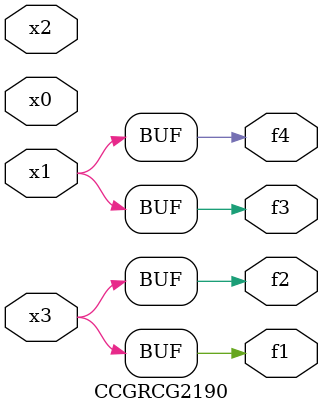
<source format=v>
module CCGRCG2190(
	input x0, x1, x2, x3,
	output f1, f2, f3, f4
);
	assign f1 = x3;
	assign f2 = x3;
	assign f3 = x1;
	assign f4 = x1;
endmodule

</source>
